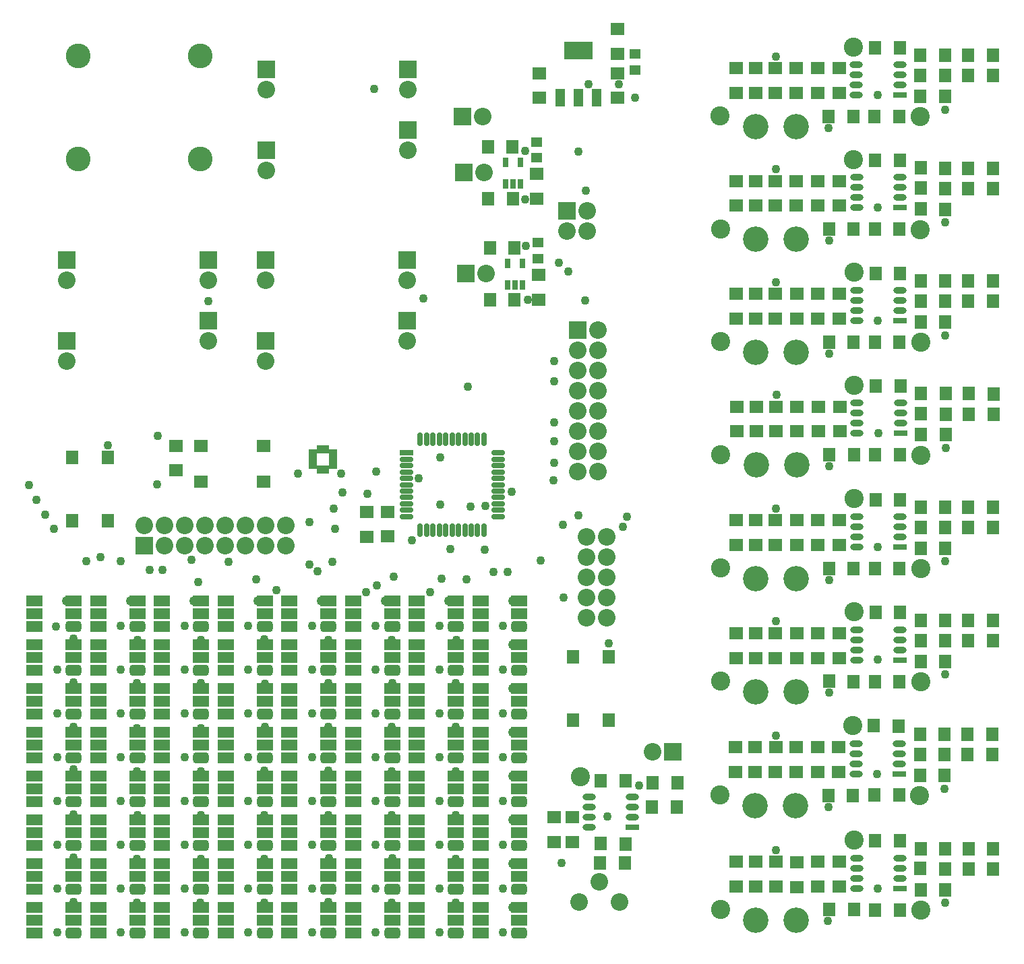
<source format=gbr>
%TF.GenerationSoftware,Altium Limited,Altium Designer,21.6.4 (81)*%
G04 Layer_Color=8388736*
%FSLAX45Y45*%
%MOMM*%
%TF.SameCoordinates,70D3979D-B5F9-41FC-A6F4-C74AF17E61BC*%
%TF.FilePolarity,Negative*%
%TF.FileFunction,Soldermask,Top*%
%TF.Part,Single*%
G01*
G75*
%TA.AperFunction,SMDPad,CuDef*%
%ADD43R,1.70320X1.50320*%
%ADD44R,1.50320X1.70320*%
%TA.AperFunction,ComponentPad*%
%ADD47C,2.40320*%
%ADD48C,3.20320*%
%ADD49C,2.20320*%
%ADD50R,2.20320X2.20320*%
%ADD51R,2.20320X2.20320*%
%ADD52C,3.11320*%
%TA.AperFunction,ViaPad*%
%ADD53C,1.10320*%
%TA.AperFunction,SMDPad,CuDef*%
%ADD56R,1.65320X0.80320*%
%ADD57O,1.65320X0.80320*%
%ADD58R,2.00320X1.40320*%
%ADD59R,1.50320X1.75320*%
G04:AMPARAMS|DCode=60|XSize=2.0032mm|YSize=1.4032mm|CornerRadius=0.4016mm|HoleSize=0mm|Usage=FLASHONLY|Rotation=0.000|XOffset=0mm|YOffset=0mm|HoleType=Round|Shape=RoundedRectangle|*
%AMROUNDEDRECTD60*
21,1,2.00320,0.60000,0,0,0.0*
21,1,1.20000,1.40320,0,0,0.0*
1,1,0.80320,0.60000,-0.30000*
1,1,0.80320,-0.60000,-0.30000*
1,1,0.80320,-0.60000,0.30000*
1,1,0.80320,0.60000,0.30000*
%
%ADD60ROUNDEDRECTD60*%
%ADD61R,1.00320X0.50320*%
%ADD62R,0.50320X1.00320*%
%ADD63R,3.65320X2.25320*%
%ADD64R,1.30320X2.25320*%
%ADD65R,1.45320X1.20320*%
%ADD66R,1.70320X0.75320*%
%ADD67O,1.70320X0.75320*%
%ADD68O,0.75320X1.70320*%
%ADD69R,0.80320X1.15320*%
%ADD70R,1.75320X1.50320*%
D43*
X9079230Y9733280D02*
D03*
X9078130Y9423510D02*
D03*
X9573260Y9733280D02*
D03*
X9572160Y9423510D02*
D03*
X10374800D02*
D03*
X10375900Y9733280D02*
D03*
X9327584D02*
D03*
X9326484Y9423510D02*
D03*
X9838520Y9733280D02*
D03*
X9837420Y9423510D02*
D03*
X10105586Y9733280D02*
D03*
X10104486Y9423510D02*
D03*
X9836150Y10839560D02*
D03*
X9837250Y11149330D02*
D03*
X9326314D02*
D03*
X9325214Y10839560D02*
D03*
X9570890D02*
D03*
X9571990Y11149330D02*
D03*
X9575800Y8313420D02*
D03*
X9580880Y6897370D02*
D03*
X9575800Y5469890D02*
D03*
Y4050030D02*
D03*
X9576900Y2615520D02*
D03*
X9583830Y1177880D02*
D03*
X9839960Y8003650D02*
D03*
X9574700D02*
D03*
X9845040Y6587600D02*
D03*
X9579780D02*
D03*
X9839960Y5160120D02*
D03*
X9574700D02*
D03*
X9839960Y3740260D02*
D03*
X9574700D02*
D03*
X9837420Y2305750D02*
D03*
X9575800D02*
D03*
X9840130Y859900D02*
D03*
X9582730Y868110D02*
D03*
X6791960Y1734820D02*
D03*
X6790860Y1425050D02*
D03*
X7025810D02*
D03*
X7026910Y1734820D02*
D03*
X4702640Y5576460D02*
D03*
X4701540Y5266690D02*
D03*
X2043600Y6097380D02*
D03*
X2044700Y6407150D02*
D03*
X7593330Y11333480D02*
D03*
X7594430Y11643250D02*
D03*
X7592060Y10778170D02*
D03*
X7593160Y11087940D02*
D03*
X6609080Y10778170D02*
D03*
X6610180Y11087940D02*
D03*
X9080670Y3740260D02*
D03*
X9081770Y4050030D02*
D03*
X10378440D02*
D03*
X10377340Y3740260D02*
D03*
X9330124Y4050030D02*
D03*
X9329024Y3740260D02*
D03*
X9841060Y4050030D02*
D03*
X10108126D02*
D03*
X10107026Y3740260D02*
D03*
X9081080Y868110D02*
D03*
X9082180Y1177880D02*
D03*
X10378850D02*
D03*
X10377750Y868110D02*
D03*
X9330534Y1177880D02*
D03*
X9329434Y868110D02*
D03*
X9841230Y1169670D02*
D03*
X10108536Y1177880D02*
D03*
X10107436Y868110D02*
D03*
X6573770Y9820020D02*
D03*
X6572670Y9510250D02*
D03*
X6596940Y8243570D02*
D03*
X6598040Y8553340D02*
D03*
X10377340Y8003650D02*
D03*
X10378440Y8313420D02*
D03*
X10383520Y6897370D02*
D03*
X10382420Y6587600D02*
D03*
X10377340Y5160120D02*
D03*
X10378440Y5469890D02*
D03*
X10367770Y2306650D02*
D03*
X10368870Y2616420D02*
D03*
X9081770Y8313420D02*
D03*
X9080670Y8003650D02*
D03*
X9085750Y6587600D02*
D03*
X9086850Y6897370D02*
D03*
X9081770Y5469890D02*
D03*
X9080670Y5160120D02*
D03*
X9071300Y2615520D02*
D03*
X9070200Y2305750D02*
D03*
X10374630Y11149330D02*
D03*
X10373530Y10839560D02*
D03*
X9076860D02*
D03*
X9077960Y11149330D02*
D03*
X10103216Y10839560D02*
D03*
X10104316Y11149330D02*
D03*
X10106556Y2305750D02*
D03*
X10107656Y2615520D02*
D03*
X9318554Y2305750D02*
D03*
X9319654Y2615520D02*
D03*
X9838520D02*
D03*
X10107026Y5160120D02*
D03*
X10108126Y5469890D02*
D03*
X9329024Y5160120D02*
D03*
X9330124Y5469890D02*
D03*
X9841060D02*
D03*
X10112106Y6587600D02*
D03*
X10113206Y6897370D02*
D03*
X9334104Y6587600D02*
D03*
X9335204Y6897370D02*
D03*
X9846140D02*
D03*
X10107026Y8003650D02*
D03*
X10108126Y8313420D02*
D03*
X9329024Y8003650D02*
D03*
X9330124Y8313420D02*
D03*
X9841060D02*
D03*
X4438820Y5264260D02*
D03*
X4439920Y5574030D02*
D03*
D44*
X11706860Y9895730D02*
D03*
X11397090Y9896830D02*
D03*
X10827890Y9993460D02*
D03*
X11137660Y9992360D02*
D03*
X11995260Y9641670D02*
D03*
X12305030Y9640570D02*
D03*
X11131310Y9126220D02*
D03*
X10821540Y9127320D02*
D03*
X11397090Y9380360D02*
D03*
X11706860Y9379260D02*
D03*
X12305030Y9894630D02*
D03*
X11995260Y9895730D02*
D03*
X10246080Y9128420D02*
D03*
X10555850Y9127320D02*
D03*
X11397090Y9642770D02*
D03*
X11706860Y9641670D02*
D03*
X7373730Y1164420D02*
D03*
X7683500Y1163320D02*
D03*
X7688470Y2198540D02*
D03*
X7378700Y2199640D02*
D03*
X8031480Y2169160D02*
D03*
X8341250Y2168060D02*
D03*
X8333630Y1861990D02*
D03*
X8023860Y1863090D02*
D03*
X7688470Y1403520D02*
D03*
X7378700Y1404620D02*
D03*
X11709400Y3696010D02*
D03*
X11399630Y3697110D02*
D03*
X11140200Y4309110D02*
D03*
X10830430Y4310210D02*
D03*
X11399630Y4213580D02*
D03*
X11709400Y4212480D02*
D03*
X12307570Y3957320D02*
D03*
X11997800Y3958420D02*
D03*
X10824080Y3444070D02*
D03*
X11133850Y3442970D02*
D03*
X12307570Y4211380D02*
D03*
X11997800Y4212480D02*
D03*
X10248620Y3445170D02*
D03*
X10558390Y3444070D02*
D03*
X11399630Y3959520D02*
D03*
X11709400Y3958420D02*
D03*
X11400040Y1341430D02*
D03*
X11709810Y1340330D02*
D03*
X11135445Y1442125D02*
D03*
X10825675Y1443225D02*
D03*
X12307980Y1085170D02*
D03*
X11998210Y1086270D02*
D03*
X10824490Y571920D02*
D03*
X11134260Y570820D02*
D03*
X11709810Y823860D02*
D03*
X11400040Y824960D02*
D03*
X12307980Y1339230D02*
D03*
X11998210Y1340330D02*
D03*
X10253230Y577220D02*
D03*
X10563000Y576120D02*
D03*
X11395720Y1091690D02*
D03*
X11705490Y1090590D02*
D03*
X11399630Y7960500D02*
D03*
X11709400Y7959400D02*
D03*
X11714480Y6543350D02*
D03*
X11404710Y6544450D02*
D03*
X11399630Y5116970D02*
D03*
X11709400Y5115870D02*
D03*
X11389160Y2262600D02*
D03*
X11698930Y2261500D02*
D03*
X11133850Y7706360D02*
D03*
X10824080Y7707460D02*
D03*
X10829160Y6291410D02*
D03*
X11138930Y6290310D02*
D03*
X11133850Y4862830D02*
D03*
X10824080Y4863930D02*
D03*
X11129730Y2014810D02*
D03*
X10819960Y2015910D02*
D03*
X11997800Y8221810D02*
D03*
X12307570Y8220710D02*
D03*
X12312650Y6804660D02*
D03*
X12002880Y6805760D02*
D03*
X11997800Y5378280D02*
D03*
X12307570Y5377180D02*
D03*
X11987330Y2523910D02*
D03*
X12297100Y2522810D02*
D03*
X10830430Y8573600D02*
D03*
X11140200Y8572500D02*
D03*
X11145280Y7156450D02*
D03*
X10835510Y7157550D02*
D03*
X10830430Y5730070D02*
D03*
X11140200Y5728970D02*
D03*
X10809630Y2886030D02*
D03*
X11119400Y2884930D02*
D03*
X11709400Y8475870D02*
D03*
X11399630Y8476970D02*
D03*
X11404710Y7060920D02*
D03*
X11714480Y7059820D02*
D03*
X11709400Y5632340D02*
D03*
X11399630Y5633440D02*
D03*
X11698930Y2777970D02*
D03*
X11389160Y2779070D02*
D03*
X11705590Y10795310D02*
D03*
X11395820Y10796410D02*
D03*
X10820270Y10543370D02*
D03*
X11130040Y10542270D02*
D03*
X12303760Y11056620D02*
D03*
X11993990Y11057720D02*
D03*
X11136390Y11408410D02*
D03*
X10826620Y11409510D02*
D03*
X11395820Y11312880D02*
D03*
X11705590Y11311780D02*
D03*
Y11057720D02*
D03*
X11395820Y11058820D02*
D03*
X11698930Y2523910D02*
D03*
X11389160Y2525010D02*
D03*
X11709400Y5378280D02*
D03*
X11399630Y5379380D02*
D03*
X11714480Y6805760D02*
D03*
X11404710Y6806860D02*
D03*
X11709400Y8221810D02*
D03*
X11399630Y8222910D02*
D03*
X10554580Y10543370D02*
D03*
X10244810Y10544470D02*
D03*
X11993990Y11311780D02*
D03*
X12303760Y11310680D02*
D03*
X10547920Y2009560D02*
D03*
X10238150Y2010660D02*
D03*
X11987330Y2777970D02*
D03*
X12297100Y2776870D02*
D03*
X10558390Y4863930D02*
D03*
X10248620Y4865030D02*
D03*
X11997800Y5632340D02*
D03*
X12307570Y5631240D02*
D03*
X10563470Y6291410D02*
D03*
X10253700Y6292510D02*
D03*
X12002880Y7059820D02*
D03*
X12312650Y7058720D02*
D03*
X10558390Y7707460D02*
D03*
X10248620Y7708560D02*
D03*
X11997800Y8475870D02*
D03*
X12307570Y8474770D02*
D03*
X6299480Y8242360D02*
D03*
X5989710Y8243460D02*
D03*
X6275210Y9509040D02*
D03*
X5965440Y9510140D02*
D03*
X5963010Y10162750D02*
D03*
X6272780Y10161650D02*
D03*
X5987280Y8896070D02*
D03*
X6297050Y8894970D02*
D03*
D47*
X11394440Y9124950D02*
D03*
X10557510Y10003790D02*
D03*
X8882380Y9132570D02*
D03*
X7122160Y2246630D02*
D03*
X11396980Y3441700D02*
D03*
X10560050Y4320540D02*
D03*
X8884920Y3449320D02*
D03*
X11397390Y569550D02*
D03*
X10560460Y1448390D02*
D03*
X8885330Y577170D02*
D03*
X8881110Y10548620D02*
D03*
X10556240Y11419840D02*
D03*
X11393170Y10541000D02*
D03*
X8874450Y2014810D02*
D03*
X10549580Y2886030D02*
D03*
X11386510Y2007190D02*
D03*
X8884920Y4869180D02*
D03*
X10560050Y5740400D02*
D03*
X11396980Y4861560D02*
D03*
X8890000Y6296660D02*
D03*
X10565130Y7167880D02*
D03*
X11402060Y6289040D02*
D03*
X8884920Y7712710D02*
D03*
X10560050Y8583930D02*
D03*
X11396980Y7705090D02*
D03*
D48*
X9325610Y8999220D02*
D03*
X9833610D02*
D03*
X9832340Y10415270D02*
D03*
X9836150Y7579360D02*
D03*
X9841230Y6163310D02*
D03*
X9836150Y4735830D02*
D03*
Y3315970D02*
D03*
X9825680Y1881460D02*
D03*
X9836560Y443820D02*
D03*
X9328150Y3315970D02*
D03*
X9328560Y443820D02*
D03*
X9324340Y10415270D02*
D03*
X9317680Y1881460D02*
D03*
X9328150Y4735830D02*
D03*
X9333230Y6163310D02*
D03*
X9328150Y7579360D02*
D03*
D49*
X2410460Y5147310D02*
D03*
X2664460D02*
D03*
X2918460D02*
D03*
X3172460D02*
D03*
X3426460D02*
D03*
X7106920Y671830D02*
D03*
X7614920D02*
D03*
X7360920Y925830D02*
D03*
X8030210Y2557780D02*
D03*
X7208520Y9358630D02*
D03*
Y9104630D02*
D03*
X6954520D02*
D03*
X5896610Y10539730D02*
D03*
X1902460Y5147310D02*
D03*
X2156460D02*
D03*
X2918460Y5401310D02*
D03*
X3172460D02*
D03*
X3426460D02*
D03*
X2664460D02*
D03*
X2410460D02*
D03*
X2156460D02*
D03*
X1902460D02*
D03*
X1648460D02*
D03*
X7457440Y5262880D02*
D03*
X7203440D02*
D03*
X7457440Y5008880D02*
D03*
X7203440D02*
D03*
X7457440Y4754880D02*
D03*
X7203440D02*
D03*
X7457440Y4500880D02*
D03*
X7203440D02*
D03*
X7457440Y4246880D02*
D03*
X7203440D02*
D03*
X7341870Y7861300D02*
D03*
Y7607300D02*
D03*
Y7353300D02*
D03*
Y7099300D02*
D03*
Y6845300D02*
D03*
Y6083300D02*
D03*
Y6337300D02*
D03*
Y6591300D02*
D03*
X7087870D02*
D03*
Y6337300D02*
D03*
Y6083300D02*
D03*
Y6845300D02*
D03*
Y7099300D02*
D03*
Y7353300D02*
D03*
Y7607300D02*
D03*
X5941200Y8570740D02*
D03*
X3173970Y7470260D02*
D03*
X4951970Y7724260D02*
D03*
X3173970Y8486260D02*
D03*
X4951970D02*
D03*
X673970Y7470260D02*
D03*
X2451970Y7724260D02*
D03*
X673970Y8486260D02*
D03*
X2451970D02*
D03*
X5916930Y9837420D02*
D03*
X3182620Y9865360D02*
D03*
X4960620Y10119360D02*
D03*
X3182620Y10881360D02*
D03*
X4960620D02*
D03*
D50*
X8284210Y2557780D02*
D03*
X6954520Y9358630D02*
D03*
X5642610Y10539730D02*
D03*
X7087870Y7861300D02*
D03*
X5687200Y8570740D02*
D03*
X5662930Y9837420D02*
D03*
D51*
X1648460Y5147310D02*
D03*
X3173970Y7724260D02*
D03*
X4951970Y7978260D02*
D03*
X3173970Y8740260D02*
D03*
X4951970D02*
D03*
X673970Y7724260D02*
D03*
X2451970Y7978260D02*
D03*
X673970Y8740260D02*
D03*
X2451970D02*
D03*
X3182620Y10119360D02*
D03*
X4960620Y10373360D02*
D03*
X3182620Y11135360D02*
D03*
X4960620D02*
D03*
D52*
X2348260Y11306930D02*
D03*
X818260D02*
D03*
X2348260Y10006930D02*
D03*
X818260D02*
D03*
D53*
X10246080Y8984260D02*
D03*
X11704320Y9215120D02*
D03*
X10858500Y9400540D02*
D03*
X9580880Y9881870D02*
D03*
X10861040Y5137150D02*
D03*
X6791960Y7472680D02*
D03*
Y6459220D02*
D03*
Y7217410D02*
D03*
Y6701790D02*
D03*
Y6191250D02*
D03*
X7184390Y8235950D02*
D03*
X2708500Y4951242D02*
D03*
X3055620Y4723130D02*
D03*
X2326640Y4694609D02*
D03*
X2240280Y4970780D02*
D03*
X1878330Y4845050D02*
D03*
X5488653Y5107940D02*
D03*
X4779067Y4758330D02*
D03*
X1352550Y4959350D02*
D03*
X1101090Y5003800D02*
D03*
X9576900Y2760160D02*
D03*
X9583420Y4198620D02*
D03*
X10248620Y3301010D02*
D03*
X11706860Y3531870D02*
D03*
X10861040Y3717290D02*
D03*
X9583420Y5618480D02*
D03*
X10248620Y4720870D02*
D03*
X11706860Y4951730D02*
D03*
X9588500Y7045960D02*
D03*
X10253700Y6148350D02*
D03*
X11711940Y6379210D02*
D03*
X10866120Y6564630D02*
D03*
X9583420Y8462010D02*
D03*
X10248620Y7564400D02*
D03*
X11706860Y7795260D02*
D03*
X10861040Y7980680D02*
D03*
X9579610Y11297920D02*
D03*
X4435738Y4562710D02*
D03*
X4011430Y4943233D02*
D03*
X5235738Y4562710D02*
D03*
X6033770Y4817781D02*
D03*
X3827179Y4830499D02*
D03*
X6889750Y1162050D02*
D03*
X7462520Y1746250D02*
D03*
X7858760Y2132330D02*
D03*
X4025900Y5612130D02*
D03*
X4041140Y5360670D02*
D03*
X5749290Y5641340D02*
D03*
X5922010Y5097780D02*
D03*
X5933440Y5651549D02*
D03*
X5093423Y5996549D02*
D03*
X5361601Y5669221D02*
D03*
X5363210Y6257290D02*
D03*
X5011420Y5217940D02*
D03*
X6261100Y5830570D02*
D03*
X5694356Y4724076D02*
D03*
X7484530Y3923880D02*
D03*
X1814830Y6526530D02*
D03*
X1808480Y5923280D02*
D03*
X4140200Y5815330D02*
D03*
X4568190Y4650310D02*
D03*
X1191540Y6415050D02*
D03*
X6626000Y4968240D02*
D03*
X6913020Y4500880D02*
D03*
X6210300Y4817781D02*
D03*
X5379720Y4737781D02*
D03*
X6790690Y5974925D02*
D03*
X6901180Y5411549D02*
D03*
X7103110Y5527880D02*
D03*
X4758690Y664210D02*
D03*
X4762500Y1219200D02*
D03*
X4758690Y1766570D02*
D03*
Y2317750D02*
D03*
Y2868930D02*
D03*
X4762500Y3420110D02*
D03*
X5556250Y664210D02*
D03*
X5558790Y1214120D02*
D03*
X5560060Y1766570D02*
D03*
Y2315210D02*
D03*
X5557520Y2870200D02*
D03*
X5558790Y3421380D02*
D03*
X5566410Y3967480D02*
D03*
X5351550Y3594650D02*
D03*
X4758690Y3964940D02*
D03*
X3959860Y671830D02*
D03*
X3963670Y1221740D02*
D03*
X3962400Y1767840D02*
D03*
X3957320Y2320290D02*
D03*
Y2870200D02*
D03*
X3959860Y3421380D02*
D03*
X3957320Y3964940D02*
D03*
X3157485Y1761225D02*
D03*
X3157220Y1216660D02*
D03*
X3158490Y666750D02*
D03*
X3155950Y2319020D02*
D03*
X3161030Y2868930D02*
D03*
X3166110Y3415030D02*
D03*
X3158490Y3970020D02*
D03*
X2951550Y294650D02*
D03*
Y844650D02*
D03*
Y2494650D02*
D03*
Y3594650D02*
D03*
Y1394650D02*
D03*
Y1944650D02*
D03*
Y3044650D02*
D03*
X2952140Y4144060D02*
D03*
X3305810Y4592320D02*
D03*
X3068980Y4455210D02*
D03*
X3751550Y294650D02*
D03*
Y844650D02*
D03*
Y1944650D02*
D03*
Y1394650D02*
D03*
Y2494650D02*
D03*
Y3044650D02*
D03*
Y3594650D02*
D03*
X3752140Y4144060D02*
D03*
X3868980Y4455210D02*
D03*
X4551550Y294650D02*
D03*
Y844650D02*
D03*
Y1394650D02*
D03*
Y1944650D02*
D03*
Y2494650D02*
D03*
Y3044650D02*
D03*
Y3594650D02*
D03*
X4552140Y4144060D02*
D03*
X4668980Y4455210D02*
D03*
X5351550Y844650D02*
D03*
Y294650D02*
D03*
Y1394650D02*
D03*
Y1944650D02*
D03*
Y2494650D02*
D03*
Y3044650D02*
D03*
X5352140Y4144060D02*
D03*
X5468980Y4455210D02*
D03*
X6151550Y294650D02*
D03*
Y844650D02*
D03*
Y1394650D02*
D03*
Y1944650D02*
D03*
Y2494650D02*
D03*
Y3044650D02*
D03*
Y3594650D02*
D03*
X6152140Y4144060D02*
D03*
X6268390Y605800D02*
D03*
Y1155800D02*
D03*
Y1705800D02*
D03*
Y2255800D02*
D03*
Y2805800D02*
D03*
Y3355800D02*
D03*
Y3905800D02*
D03*
X6268980Y4455210D02*
D03*
X2268980D02*
D03*
X2360830Y3962400D02*
D03*
X2355750Y3420110D02*
D03*
X2358290Y2858770D02*
D03*
X2355750Y2317750D02*
D03*
X2360830Y1767840D02*
D03*
X2355750Y1212850D02*
D03*
X2351940Y660400D02*
D03*
X2155090Y4140200D02*
D03*
X2151550Y3594650D02*
D03*
Y3044650D02*
D03*
Y2494650D02*
D03*
Y1944650D02*
D03*
Y1394650D02*
D03*
Y844650D02*
D03*
Y294650D02*
D03*
X1551940Y660400D02*
D03*
X1555750Y1212850D02*
D03*
X1560830Y1767840D02*
D03*
X1555750Y2317750D02*
D03*
X1558290Y2858770D02*
D03*
X1555750Y3420110D02*
D03*
X1560830Y3962400D02*
D03*
X1351550Y294650D02*
D03*
Y844650D02*
D03*
Y1394650D02*
D03*
Y1944650D02*
D03*
Y2494650D02*
D03*
Y3594650D02*
D03*
Y3044650D02*
D03*
X1355090Y4140200D02*
D03*
X1468980Y4455210D02*
D03*
X759460Y675640D02*
D03*
X758190Y1229360D02*
D03*
X762000Y1772920D02*
D03*
X757751Y2335800D02*
D03*
X756920Y2874010D02*
D03*
X755650Y3429000D02*
D03*
X757751Y3985800D02*
D03*
X539670Y4135120D02*
D03*
X3719830Y4912360D02*
D03*
Y5445760D02*
D03*
X4122019Y6058760D02*
D03*
X5708064Y7148146D02*
D03*
X6443000Y8915400D02*
D03*
X7101840Y10105390D02*
D03*
X6464300Y8242300D02*
D03*
X6430010Y9504680D02*
D03*
X6428478Y10115888D02*
D03*
X7223770Y10954269D02*
D03*
X7609695Y10948525D02*
D03*
X7655970Y5389428D02*
D03*
X7710170Y5513070D02*
D03*
X3575350Y6058760D02*
D03*
X7195820Y9615170D02*
D03*
X6854190Y8703310D02*
D03*
X6971030Y8599170D02*
D03*
X512630Y5364480D02*
D03*
X916430Y4957570D02*
D03*
X405130Y5539740D02*
D03*
X1714500Y4844366D02*
D03*
X295000Y5730240D02*
D03*
X196850Y5911850D02*
D03*
X2451970Y8222850D02*
D03*
X5152390Y8260080D02*
D03*
X4531360Y10887710D02*
D03*
X7811770Y10779760D02*
D03*
X4560859Y6080498D02*
D03*
X4453244Y5803243D02*
D03*
X10857230Y10816590D02*
D03*
X11703050Y10631170D02*
D03*
X10850570Y2282780D02*
D03*
X11696390Y2097360D02*
D03*
X11707270Y659720D02*
D03*
X10861450Y845140D02*
D03*
X10229120Y436020D02*
D03*
X10238150Y1866500D02*
D03*
X9583830Y1326470D02*
D03*
X10244810Y10400310D02*
D03*
X551550Y2494650D02*
D03*
Y294650D02*
D03*
Y1394650D02*
D03*
Y844650D02*
D03*
Y1944650D02*
D03*
Y3044650D02*
D03*
Y3594650D02*
D03*
X668980Y4455210D02*
D03*
D56*
X11137660Y9397410D02*
D03*
X11140200Y5134020D02*
D03*
X7780740Y1610360D02*
D03*
X11140200Y3714160D02*
D03*
X11140610Y842010D02*
D03*
X11136390Y10813460D02*
D03*
X11129730Y2279650D02*
D03*
X11145280Y6561500D02*
D03*
X11140200Y7977550D02*
D03*
D57*
X11137660Y9524410D02*
D03*
Y9651410D02*
D03*
Y9778410D02*
D03*
X10592660Y9397410D02*
D03*
Y9778410D02*
D03*
Y9524410D02*
D03*
Y9651410D02*
D03*
X10595200Y5515020D02*
D03*
Y5388020D02*
D03*
Y5261020D02*
D03*
Y5134020D02*
D03*
X11140200Y5515020D02*
D03*
Y5388020D02*
D03*
Y5261020D02*
D03*
X10591390Y11067460D02*
D03*
Y10940460D02*
D03*
X10595200Y8231550D02*
D03*
Y8104550D02*
D03*
X10600280Y6815500D02*
D03*
Y6688500D02*
D03*
X10595200Y3968160D02*
D03*
Y3841160D02*
D03*
X10584730Y2533650D02*
D03*
Y2406650D02*
D03*
X10595610Y1096010D02*
D03*
Y969010D02*
D03*
X7780740Y1737360D02*
D03*
Y1864360D02*
D03*
Y1991360D02*
D03*
X7235740Y1610360D02*
D03*
Y1737360D02*
D03*
Y1864360D02*
D03*
Y1991360D02*
D03*
X11140200Y3841160D02*
D03*
Y3968160D02*
D03*
Y4095160D02*
D03*
X10595200Y3714160D02*
D03*
Y4095160D02*
D03*
X11140610Y969010D02*
D03*
Y1096010D02*
D03*
Y1223010D02*
D03*
X10595610Y842010D02*
D03*
Y1223010D02*
D03*
X10591390Y11194460D02*
D03*
Y10813460D02*
D03*
X11136390Y11194460D02*
D03*
Y11067460D02*
D03*
Y10940460D02*
D03*
X10584730Y2660650D02*
D03*
Y2279650D02*
D03*
X11129730Y2660650D02*
D03*
Y2533650D02*
D03*
Y2406650D02*
D03*
X10600280Y6942500D02*
D03*
Y6561500D02*
D03*
X11145280Y6942500D02*
D03*
Y6815500D02*
D03*
Y6688500D02*
D03*
X10595200Y8358550D02*
D03*
Y7977550D02*
D03*
X11140200Y8358550D02*
D03*
Y8231550D02*
D03*
Y8104550D02*
D03*
D58*
X1068930Y4295800D02*
D03*
X1868930D02*
D03*
X1068930Y3745800D02*
D03*
X1868930D02*
D03*
X1068930Y3195801D02*
D03*
X1868930D02*
D03*
X1068930Y2645800D02*
D03*
X1868930D02*
D03*
X1068930Y2095800D02*
D03*
X1868930D02*
D03*
X1068930Y1545801D02*
D03*
X1868930D02*
D03*
X1068930Y995800D02*
D03*
X1868930D02*
D03*
X1068930Y445800D02*
D03*
X1868930D02*
D03*
X3468930Y4295800D02*
D03*
X4268930D02*
D03*
X5068930D02*
D03*
X3468930Y3745800D02*
D03*
X4268930D02*
D03*
X5068930D02*
D03*
X3468930Y3195801D02*
D03*
X4268930D02*
D03*
X5068930D02*
D03*
X3468930Y2645800D02*
D03*
X4268930D02*
D03*
X5068930D02*
D03*
X3468930Y2095800D02*
D03*
X4268930D02*
D03*
X5068930D02*
D03*
X3468930Y1545801D02*
D03*
X4268930D02*
D03*
X5068930D02*
D03*
X3468930Y995800D02*
D03*
X4268930D02*
D03*
X5068930D02*
D03*
X3468930Y445800D02*
D03*
X4268930D02*
D03*
X5068930D02*
D03*
X2668930D02*
D03*
Y995800D02*
D03*
Y1545801D02*
D03*
Y2095800D02*
D03*
Y2645800D02*
D03*
Y3195801D02*
D03*
Y3745800D02*
D03*
Y4295800D02*
D03*
X5868930Y445800D02*
D03*
Y995800D02*
D03*
Y1545801D02*
D03*
Y2095800D02*
D03*
Y2645800D02*
D03*
Y3195801D02*
D03*
Y3745800D02*
D03*
Y4295800D02*
D03*
X5068930Y3585800D02*
D03*
Y3905800D02*
D03*
X5558930Y3905800D02*
D03*
Y3745800D02*
D03*
X1558930Y445800D02*
D03*
Y605800D02*
D03*
X1068930Y605800D02*
D03*
Y285800D02*
D03*
X1558930Y995800D02*
D03*
Y1155800D02*
D03*
X1068930Y1155800D02*
D03*
Y835800D02*
D03*
X1558930Y1545800D02*
D03*
Y1705800D02*
D03*
X1068930Y1705800D02*
D03*
Y1385800D02*
D03*
X1558930Y2095800D02*
D03*
Y2255800D02*
D03*
X1068930Y2255800D02*
D03*
Y1935800D02*
D03*
X1558930Y2645800D02*
D03*
Y2805800D02*
D03*
X1068930Y2805800D02*
D03*
Y2485800D02*
D03*
X1558930Y3195800D02*
D03*
Y3355800D02*
D03*
X1068930Y3355800D02*
D03*
Y3035800D02*
D03*
X1558930Y3745800D02*
D03*
Y3905800D02*
D03*
X1068930Y3905800D02*
D03*
Y3585800D02*
D03*
X1558930Y4295800D02*
D03*
Y4455800D02*
D03*
X1068930Y4455800D02*
D03*
Y4135800D02*
D03*
X1868930Y285800D02*
D03*
Y605800D02*
D03*
X2358930Y605800D02*
D03*
Y445800D02*
D03*
X1868930Y835800D02*
D03*
Y1155800D02*
D03*
X2358930Y1155800D02*
D03*
Y995800D02*
D03*
X1868930Y1385800D02*
D03*
Y1705800D02*
D03*
X2358930Y1705800D02*
D03*
Y1545800D02*
D03*
X1868930Y1935800D02*
D03*
Y2255800D02*
D03*
X2358930Y2255800D02*
D03*
Y2095800D02*
D03*
X1868930Y2485800D02*
D03*
Y2805800D02*
D03*
X2358930Y2805800D02*
D03*
Y2645800D02*
D03*
X1868930Y3035800D02*
D03*
Y3355800D02*
D03*
X2358930Y3355800D02*
D03*
Y3195800D02*
D03*
X1868930Y3585800D02*
D03*
Y3905800D02*
D03*
X2358930Y3905800D02*
D03*
Y3745800D02*
D03*
X1868930Y4135800D02*
D03*
Y4455800D02*
D03*
X2358930Y4455800D02*
D03*
Y4295800D02*
D03*
X268930Y4295800D02*
D03*
X5558930Y445800D02*
D03*
Y605800D02*
D03*
X5068930Y605800D02*
D03*
Y285800D02*
D03*
X5558930Y995800D02*
D03*
Y1155800D02*
D03*
X5068930Y1155800D02*
D03*
Y835800D02*
D03*
X3958930Y4295800D02*
D03*
Y4455800D02*
D03*
X3468930Y4455800D02*
D03*
Y4135800D02*
D03*
X3958930Y3745800D02*
D03*
Y3905800D02*
D03*
X3468930Y3905800D02*
D03*
Y3585800D02*
D03*
X3958930Y3195800D02*
D03*
Y3355800D02*
D03*
X3468930Y3355800D02*
D03*
Y3035800D02*
D03*
X3958930Y2645800D02*
D03*
Y2805800D02*
D03*
X3468930Y2805800D02*
D03*
Y2485800D02*
D03*
X3958930Y2095800D02*
D03*
Y2255800D02*
D03*
X3468930Y2255800D02*
D03*
Y1935800D02*
D03*
X3958930Y1545800D02*
D03*
Y1705800D02*
D03*
X3468930Y1705800D02*
D03*
Y1385800D02*
D03*
X3958930Y995800D02*
D03*
Y1155800D02*
D03*
X3468930Y1155800D02*
D03*
Y835800D02*
D03*
X3958930Y445800D02*
D03*
Y605800D02*
D03*
X3468930Y605800D02*
D03*
Y285800D02*
D03*
X4758930Y4295800D02*
D03*
Y4455800D02*
D03*
X4268930Y4455800D02*
D03*
Y4135800D02*
D03*
X4758930Y3745800D02*
D03*
Y3905800D02*
D03*
X4268930Y3905800D02*
D03*
Y3585800D02*
D03*
X4758930Y3195800D02*
D03*
Y3355800D02*
D03*
X4268930Y3355800D02*
D03*
Y3035800D02*
D03*
X4758930Y2645800D02*
D03*
Y2805800D02*
D03*
X4268930Y2805800D02*
D03*
Y2485800D02*
D03*
X4758930Y2095800D02*
D03*
Y2255800D02*
D03*
X4268930Y2255800D02*
D03*
Y1935800D02*
D03*
X4758930Y1545800D02*
D03*
Y1705800D02*
D03*
X4268930Y1705800D02*
D03*
Y1385800D02*
D03*
X4758930Y995800D02*
D03*
Y1155800D02*
D03*
X4268930Y1155800D02*
D03*
Y835800D02*
D03*
X4758930Y445800D02*
D03*
Y605800D02*
D03*
X4268930Y605800D02*
D03*
Y285800D02*
D03*
X3158930Y4295800D02*
D03*
Y4455800D02*
D03*
X2668930Y4455800D02*
D03*
Y4135800D02*
D03*
X3158930Y3745800D02*
D03*
Y3905800D02*
D03*
X2668930Y3905800D02*
D03*
Y3585800D02*
D03*
X3158930Y3195800D02*
D03*
Y3355800D02*
D03*
X2668930Y3355800D02*
D03*
Y3035800D02*
D03*
X3158930Y2645800D02*
D03*
Y2805800D02*
D03*
X2668930Y2805800D02*
D03*
Y2485800D02*
D03*
X3158930Y2095800D02*
D03*
Y2255800D02*
D03*
X2668930Y2255800D02*
D03*
Y1935800D02*
D03*
X3158930Y1545800D02*
D03*
Y1705800D02*
D03*
X2668930Y1705800D02*
D03*
Y1385800D02*
D03*
X3158930Y995800D02*
D03*
Y1155800D02*
D03*
X2668930Y1155800D02*
D03*
Y835800D02*
D03*
X3158930Y445800D02*
D03*
Y605800D02*
D03*
X2668930Y605800D02*
D03*
Y285800D02*
D03*
X5558930Y4295800D02*
D03*
Y4455800D02*
D03*
X5068930Y4455800D02*
D03*
Y4135800D02*
D03*
X5558930Y3195800D02*
D03*
Y3355800D02*
D03*
X5068930Y3355800D02*
D03*
Y3035800D02*
D03*
X5558930Y2645800D02*
D03*
Y2805800D02*
D03*
X5068930Y2805800D02*
D03*
Y2485800D02*
D03*
X5558930Y2095800D02*
D03*
Y2255800D02*
D03*
X5068930Y2255800D02*
D03*
Y1935800D02*
D03*
X5558930Y1545800D02*
D03*
Y1705800D02*
D03*
X5068930Y1705800D02*
D03*
Y1385800D02*
D03*
X6358930Y4295800D02*
D03*
Y4455800D02*
D03*
X5868930Y4455800D02*
D03*
Y4135800D02*
D03*
X6358930Y3745800D02*
D03*
Y3905800D02*
D03*
X5868930Y3905800D02*
D03*
Y3585800D02*
D03*
X6358930Y3195800D02*
D03*
Y3355800D02*
D03*
X5868930Y3355800D02*
D03*
Y3035800D02*
D03*
X6358930Y2645800D02*
D03*
Y2805800D02*
D03*
X5868930Y2805800D02*
D03*
Y2485800D02*
D03*
X6358930Y2095800D02*
D03*
Y2255800D02*
D03*
X5868930Y2255800D02*
D03*
Y1935800D02*
D03*
X6358930Y1545800D02*
D03*
Y1705800D02*
D03*
X5868930Y1705800D02*
D03*
Y1385800D02*
D03*
X6358930Y995800D02*
D03*
Y1155800D02*
D03*
X5868930Y1155800D02*
D03*
Y835800D02*
D03*
X6358930Y445800D02*
D03*
Y605800D02*
D03*
X5868930Y605800D02*
D03*
Y285800D02*
D03*
X758930Y3745800D02*
D03*
Y3905800D02*
D03*
X268930Y3905800D02*
D03*
Y3745800D02*
D03*
Y3585800D02*
D03*
Y285800D02*
D03*
Y445800D02*
D03*
Y605800D02*
D03*
X758930Y605800D02*
D03*
Y445800D02*
D03*
X268930Y835800D02*
D03*
Y995800D02*
D03*
Y1155800D02*
D03*
X758930Y1155800D02*
D03*
Y995800D02*
D03*
X268930Y1385800D02*
D03*
Y1545801D02*
D03*
Y1705800D02*
D03*
X758930Y1705800D02*
D03*
Y1545800D02*
D03*
X268930Y1935800D02*
D03*
Y2095800D02*
D03*
Y2255800D02*
D03*
X758930Y2255800D02*
D03*
Y2095800D02*
D03*
X268930Y2485800D02*
D03*
Y2645800D02*
D03*
Y2805800D02*
D03*
X758930Y2805800D02*
D03*
Y2645800D02*
D03*
X268930Y3035800D02*
D03*
Y3195801D02*
D03*
Y3355800D02*
D03*
X758930Y3355800D02*
D03*
Y3195800D02*
D03*
X268930Y4135800D02*
D03*
Y4455800D02*
D03*
X758930Y4455800D02*
D03*
Y4295800D02*
D03*
D59*
X7033260Y2955290D02*
D03*
X7031010Y3750290D02*
D03*
X7483260Y2955290D02*
D03*
Y3750290D02*
D03*
X742950Y5462270D02*
D03*
X740700Y6257270D02*
D03*
X1192950Y5462270D02*
D03*
Y6257270D02*
D03*
D60*
X5558930Y3585800D02*
D03*
X1558930Y285800D02*
D03*
Y835800D02*
D03*
Y1385800D02*
D03*
Y1935800D02*
D03*
Y2485800D02*
D03*
Y3035800D02*
D03*
Y3585800D02*
D03*
Y4135800D02*
D03*
X2358930Y285800D02*
D03*
Y835800D02*
D03*
Y1385800D02*
D03*
Y1935800D02*
D03*
Y2485800D02*
D03*
Y3035800D02*
D03*
Y3585800D02*
D03*
Y4135800D02*
D03*
X5558930Y285800D02*
D03*
Y835800D02*
D03*
X3958930Y4135800D02*
D03*
Y3585800D02*
D03*
Y3035800D02*
D03*
Y2485800D02*
D03*
Y1935800D02*
D03*
Y1385800D02*
D03*
Y835800D02*
D03*
Y285800D02*
D03*
X4758930Y4135800D02*
D03*
Y3585800D02*
D03*
Y3035800D02*
D03*
Y2485800D02*
D03*
Y1935800D02*
D03*
Y1385800D02*
D03*
Y835800D02*
D03*
Y285800D02*
D03*
X3158930Y4135800D02*
D03*
Y3585800D02*
D03*
Y3035800D02*
D03*
Y2485800D02*
D03*
Y1935800D02*
D03*
Y1385800D02*
D03*
Y835800D02*
D03*
Y285800D02*
D03*
X5558930Y4135800D02*
D03*
Y3035800D02*
D03*
Y2485800D02*
D03*
Y1935800D02*
D03*
Y1385800D02*
D03*
X6358930Y4135800D02*
D03*
Y3585800D02*
D03*
Y3035800D02*
D03*
Y2485800D02*
D03*
Y1935800D02*
D03*
Y1385800D02*
D03*
Y835800D02*
D03*
Y285800D02*
D03*
X758930Y3585800D02*
D03*
Y285800D02*
D03*
Y835800D02*
D03*
Y1385800D02*
D03*
Y1935800D02*
D03*
Y2485800D02*
D03*
Y3035800D02*
D03*
Y4135800D02*
D03*
D61*
X4018280Y6137300D02*
D03*
Y6187300D02*
D03*
Y6237300D02*
D03*
Y6287300D02*
D03*
Y6337300D02*
D03*
X3763280D02*
D03*
Y6287300D02*
D03*
Y6237300D02*
D03*
Y6187300D02*
D03*
Y6137300D02*
D03*
D62*
X3940780Y6364800D02*
D03*
X3890780D02*
D03*
X3840780D02*
D03*
Y6109800D02*
D03*
X3890780D02*
D03*
X3940780D02*
D03*
D63*
X7100570Y11373170D02*
D03*
D64*
X7330570Y10778170D02*
D03*
X7100570D02*
D03*
X6870570D02*
D03*
D65*
X7807960Y11332210D02*
D03*
Y11132210D02*
D03*
X6571230Y10225150D02*
D03*
Y10025150D02*
D03*
X6595500Y8958470D02*
D03*
Y8758470D02*
D03*
D66*
X4938653Y6316549D02*
D03*
D67*
Y6236549D02*
D03*
Y6156549D02*
D03*
Y6076549D02*
D03*
Y5996549D02*
D03*
Y5916549D02*
D03*
Y5836549D02*
D03*
Y5756549D02*
D03*
Y5676549D02*
D03*
Y5596549D02*
D03*
Y5516549D02*
D03*
X6088653D02*
D03*
Y5596549D02*
D03*
Y5676549D02*
D03*
Y5756549D02*
D03*
Y5836549D02*
D03*
Y5916549D02*
D03*
Y5996549D02*
D03*
Y6076549D02*
D03*
Y6156549D02*
D03*
Y6236549D02*
D03*
Y6316549D02*
D03*
D68*
X5113653Y5341549D02*
D03*
X5193653D02*
D03*
X5273653D02*
D03*
X5353653D02*
D03*
X5433653D02*
D03*
X5513653D02*
D03*
X5593653D02*
D03*
X5673653D02*
D03*
X5753653D02*
D03*
X5833653D02*
D03*
X5913653D02*
D03*
Y6491549D02*
D03*
X5833653D02*
D03*
X5753653D02*
D03*
X5673653D02*
D03*
X5593653D02*
D03*
X5513653D02*
D03*
X5433653D02*
D03*
X5353653D02*
D03*
X5273653D02*
D03*
X5193653D02*
D03*
X5113653D02*
D03*
D69*
X6183880Y9966070D02*
D03*
X6373880D02*
D03*
Y9696070D02*
D03*
X6278880D02*
D03*
X6183880D02*
D03*
X6208150Y8699390D02*
D03*
X6398150D02*
D03*
Y8429390D02*
D03*
X6303150D02*
D03*
X6208150D02*
D03*
D70*
X2354580Y6403760D02*
D03*
X3149580Y6406010D02*
D03*
X2354580Y5953760D02*
D03*
X3149580D02*
D03*
%TF.MD5,a8f477f93a7cd16fbec8bc3f078c2a25*%
M02*

</source>
